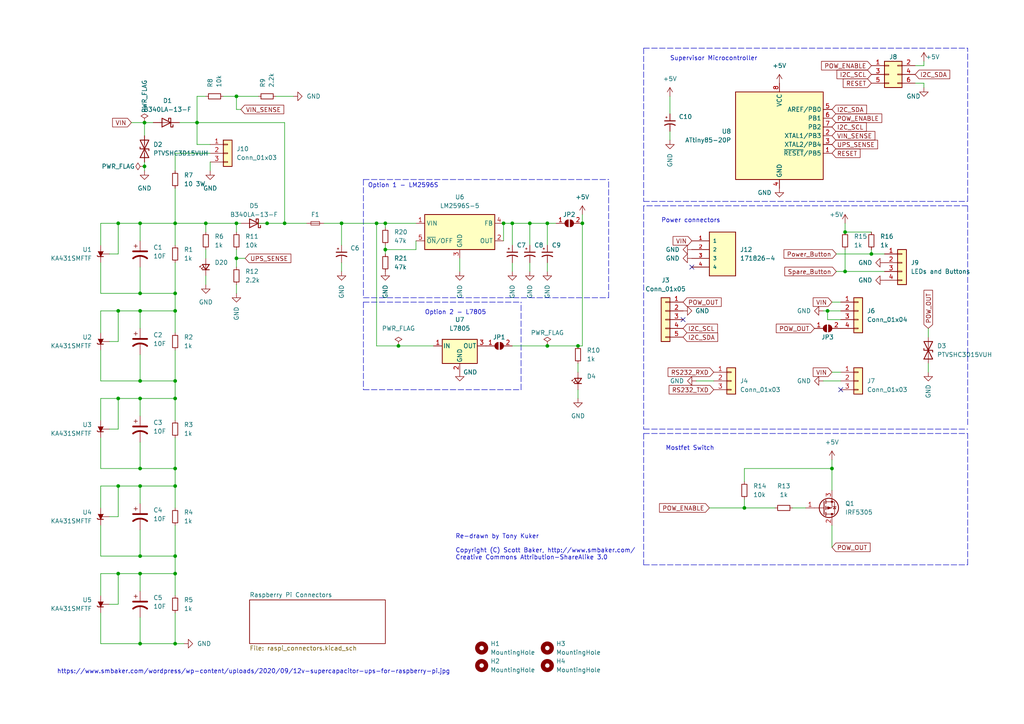
<source format=kicad_sch>
(kicad_sch (version 20211123) (generator eeschema)
  (paper "A4")
  (junction (at 40.64 85.09))
  (junction (at 34.29 166.37))
  (junction (at 50.8 110.49))
  (junction (at 40.64 90.17))
  (junction (at 153.67 64.77))
  (junction (at 50.8 161.29))
  (junction (at 40.64 140.97))
  (junction (at 50.8 90.17))
  (junction (at 40.64 115.57))
  (junction (at 40.64 110.49))
  (junction (at 50.8 64.77))
  (junction (at 59.69 64.77))
  (junction (at 68.58 74.93))
  (junction (at 50.8 85.09))
  (junction (at 68.58 27.94))
  (junction (at 148.59 64.77))
  (junction (at 34.29 140.97))
  (junction (at 252.73 73.66))
  (junction (at 241.3 135.89))
  (junction (at 50.8 115.57))
  (junction (at 365.76 40.64))
  (junction (at 158.75 100.33))
  (junction (at 41.91 48.26))
  (junction (at 245.11 67.31))
  (junction (at 34.29 64.77))
  (junction (at 68.58 64.77))
  (junction (at 111.76 72.39))
  (junction (at 158.75 64.77))
  (junction (at 34.29 115.57))
  (junction (at 365.76 31.75))
  (junction (at 50.8 135.89))
  (junction (at 99.06 64.77))
  (junction (at 40.64 64.77))
  (junction (at 82.55 64.77))
  (junction (at 111.76 64.77))
  (junction (at 50.8 140.97))
  (junction (at 50.8 166.37))
  (junction (at 41.91 35.56))
  (junction (at 109.22 64.77))
  (junction (at 146.05 64.77))
  (junction (at 168.91 64.77))
  (junction (at 40.64 135.89))
  (junction (at 40.64 166.37))
  (junction (at 77.47 64.77))
  (junction (at 40.64 161.29))
  (junction (at 57.15 35.56))
  (junction (at 40.64 186.69))
  (junction (at 34.29 90.17))
  (junction (at 215.9 147.32))
  (junction (at 167.64 100.33))
  (junction (at 245.11 78.74))
  (junction (at 240.03 90.17))
  (junction (at 115.57 100.33))
  (junction (at 50.8 186.69))
  (no_connect (at 340.36 40.64))
  (no_connect (at 340.36 43.18))
  (no_connect (at 317.5 27.94))
  (no_connect (at 317.5 35.56))
  (no_connect (at 317.5 38.1))
  (no_connect (at 317.5 40.64))
  (no_connect (at 340.36 30.48))
  (no_connect (at 340.36 33.02))
  (no_connect (at 198.12 92.71))
  (no_connect (at 200.66 77.47))
  (no_connect (at 243.84 113.03))
  (wire (pts (xy 215.9 147.32) (xy 224.79 147.32)))
  (wire (pts (xy 80.01 27.94) (xy 85.09 27.94)))
  (wire (pts (xy 29.21 127) (xy 29.21 135.89)))
  (wire (pts (xy 115.57 100.33) (xy 125.73 100.33)))
  (polyline (pts (xy 186.69 163.83) (xy 280.67 163.83)))
  (wire (pts (xy 111.76 64.77) (xy 111.76 66.04)))
  (wire (pts (xy 34.29 140.97) (xy 40.64 140.97)))
  (wire (pts (xy 215.9 135.89) (xy 215.9 139.7)))
  (wire (pts (xy 40.64 140.97) (xy 50.8 140.97)))
  (wire (pts (xy 29.21 115.57) (xy 34.29 115.57)))
  (wire (pts (xy 245.11 64.77) (xy 245.11 67.31)))
  (wire (pts (xy 50.8 76.2) (xy 50.8 85.09)))
  (wire (pts (xy 34.29 115.57) (xy 40.64 115.57)))
  (wire (pts (xy 153.67 64.77) (xy 158.75 64.77)))
  (wire (pts (xy 68.58 27.94) (xy 74.93 27.94)))
  (wire (pts (xy 373.38 33.02) (xy 373.38 31.75)))
  (wire (pts (xy 241.3 135.89) (xy 241.3 142.24)))
  (polyline (pts (xy 280.67 163.83) (xy 280.67 125.73)))
  (wire (pts (xy 153.67 64.77) (xy 153.67 71.12)))
  (wire (pts (xy 74.93 64.77) (xy 77.47 64.77)))
  (wire (pts (xy 64.77 27.94) (xy 68.58 27.94)))
  (wire (pts (xy 40.64 95.25) (xy 40.64 90.17)))
  (polyline (pts (xy 105.41 87.63) (xy 151.13 87.63)))
  (wire (pts (xy 77.47 64.77) (xy 82.55 64.77)))
  (wire (pts (xy 68.58 74.93) (xy 71.12 74.93)))
  (wire (pts (xy 120.65 72.39) (xy 111.76 72.39)))
  (polyline (pts (xy 105.41 87.63) (xy 105.41 113.03)))
  (wire (pts (xy 31.75 149.86) (xy 34.29 149.86)))
  (wire (pts (xy 240.03 92.71) (xy 240.03 90.17)))
  (wire (pts (xy 59.69 27.94) (xy 57.15 27.94)))
  (wire (pts (xy 59.69 64.77) (xy 50.8 64.77)))
  (wire (pts (xy 158.75 64.77) (xy 161.29 64.77)))
  (wire (pts (xy 40.64 85.09) (xy 50.8 85.09)))
  (wire (pts (xy 50.8 186.69) (xy 53.34 186.69)))
  (wire (pts (xy 133.35 74.93) (xy 133.35 78.74)))
  (wire (pts (xy 68.58 74.93) (xy 68.58 77.47)))
  (wire (pts (xy 29.21 161.29) (xy 40.64 161.29)))
  (wire (pts (xy 82.55 35.56) (xy 82.55 64.77)))
  (wire (pts (xy 241.3 152.4) (xy 241.3 158.75)))
  (polyline (pts (xy 105.41 86.36) (xy 176.53 86.36)))
  (wire (pts (xy 41.91 35.56) (xy 44.45 35.56)))
  (wire (pts (xy 148.59 64.77) (xy 153.67 64.77)))
  (wire (pts (xy 68.58 72.39) (xy 68.58 74.93)))
  (wire (pts (xy 238.76 90.17) (xy 240.03 90.17)))
  (wire (pts (xy 41.91 46.99) (xy 41.91 48.26)))
  (wire (pts (xy 168.91 64.77) (xy 168.91 100.33)))
  (wire (pts (xy 267.97 24.13) (xy 267.97 25.4)))
  (wire (pts (xy 245.11 67.31) (xy 252.73 67.31)))
  (wire (pts (xy 205.74 147.32) (xy 215.9 147.32)))
  (wire (pts (xy 241.3 87.63) (xy 243.84 87.63)))
  (wire (pts (xy 68.58 64.77) (xy 68.58 67.31)))
  (wire (pts (xy 31.75 73.66) (xy 34.29 73.66)))
  (wire (pts (xy 29.21 76.2) (xy 29.21 85.09)))
  (wire (pts (xy 40.64 135.89) (xy 50.8 135.89)))
  (wire (pts (xy 41.91 35.56) (xy 41.91 39.37)))
  (wire (pts (xy 59.69 64.77) (xy 68.58 64.77)))
  (wire (pts (xy 50.8 135.89) (xy 50.8 140.97)))
  (polyline (pts (xy 105.41 52.07) (xy 176.53 52.07)))
  (wire (pts (xy 50.8 166.37) (xy 50.8 172.72)))
  (polyline (pts (xy 186.69 13.97) (xy 280.67 13.97)))
  (wire (pts (xy 242.57 73.66) (xy 252.73 73.66)))
  (polyline (pts (xy 186.69 59.69) (xy 186.69 124.46)))
  (wire (pts (xy 241.3 107.95) (xy 243.84 107.95)))
  (wire (pts (xy 194.31 38.1) (xy 194.31 40.64)))
  (polyline (pts (xy 186.69 124.46) (xy 280.67 124.46)))
  (wire (pts (xy 29.21 90.17) (xy 34.29 90.17)))
  (wire (pts (xy 365.76 31.75) (xy 365.76 33.02)))
  (wire (pts (xy 40.64 69.85) (xy 40.64 64.77)))
  (wire (pts (xy 148.59 100.33) (xy 158.75 100.33)))
  (wire (pts (xy 40.64 110.49) (xy 50.8 110.49)))
  (wire (pts (xy 29.21 152.4) (xy 29.21 161.29)))
  (wire (pts (xy 316.23 45.72) (xy 317.5 45.72)))
  (wire (pts (xy 215.9 135.89) (xy 241.3 135.89)))
  (wire (pts (xy 373.38 38.1) (xy 373.38 40.64)))
  (wire (pts (xy 31.75 99.06) (xy 34.29 99.06)))
  (wire (pts (xy 50.8 140.97) (xy 50.8 147.32)))
  (wire (pts (xy 265.43 24.13) (xy 267.97 24.13)))
  (polyline (pts (xy 186.69 13.97) (xy 186.69 58.42)))
  (wire (pts (xy 50.8 110.49) (xy 50.8 115.57)))
  (wire (pts (xy 158.75 100.33) (xy 167.64 100.33)))
  (wire (pts (xy 52.07 35.56) (xy 57.15 35.56)))
  (wire (pts (xy 229.87 147.32) (xy 233.68 147.32)))
  (wire (pts (xy 148.59 64.77) (xy 148.59 71.12)))
  (wire (pts (xy 93.98 64.77) (xy 99.06 64.77)))
  (polyline (pts (xy 176.53 86.36) (xy 176.53 52.07)))
  (wire (pts (xy 82.55 64.77) (xy 88.9 64.77)))
  (wire (pts (xy 242.57 78.74) (xy 245.11 78.74)))
  (wire (pts (xy 158.75 76.2) (xy 158.75 78.74)))
  (wire (pts (xy 34.29 90.17) (xy 40.64 90.17)))
  (wire (pts (xy 201.93 110.49) (xy 207.01 110.49)))
  (wire (pts (xy 148.59 76.2) (xy 148.59 78.74)))
  (wire (pts (xy 31.75 124.46) (xy 34.29 124.46)))
  (polyline (pts (xy 186.69 125.73) (xy 280.67 125.73)))
  (wire (pts (xy 29.21 166.37) (xy 34.29 166.37)))
  (wire (pts (xy 167.64 113.03) (xy 167.64 115.57)))
  (wire (pts (xy 59.69 67.31) (xy 59.69 64.77)))
  (wire (pts (xy 29.21 64.77) (xy 34.29 64.77)))
  (wire (pts (xy 50.8 64.77) (xy 50.8 71.12)))
  (wire (pts (xy 40.64 90.17) (xy 50.8 90.17)))
  (wire (pts (xy 59.69 72.39) (xy 59.69 74.93)))
  (wire (pts (xy 34.29 124.46) (xy 34.29 115.57)))
  (wire (pts (xy 215.9 147.32) (xy 215.9 144.78)))
  (wire (pts (xy 241.3 133.35) (xy 241.3 135.89)))
  (wire (pts (xy 167.64 100.33) (xy 168.91 100.33)))
  (wire (pts (xy 29.21 121.92) (xy 29.21 115.57)))
  (wire (pts (xy 40.64 186.69) (xy 50.8 186.69)))
  (polyline (pts (xy 105.41 52.07) (xy 105.41 86.36)))
  (wire (pts (xy 38.1 35.56) (xy 41.91 35.56)))
  (wire (pts (xy 109.22 100.33) (xy 115.57 100.33)))
  (wire (pts (xy 365.76 38.1) (xy 365.76 40.64)))
  (wire (pts (xy 269.24 95.25) (xy 269.24 97.79)))
  (polyline (pts (xy 186.69 58.42) (xy 280.67 58.42)))
  (wire (pts (xy 111.76 64.77) (xy 120.65 64.77)))
  (wire (pts (xy 29.21 140.97) (xy 34.29 140.97)))
  (wire (pts (xy 40.64 146.05) (xy 40.64 140.97)))
  (wire (pts (xy 29.21 101.6) (xy 29.21 110.49)))
  (wire (pts (xy 168.91 62.23) (xy 168.91 64.77)))
  (wire (pts (xy 40.64 102.87) (xy 40.64 110.49)))
  (wire (pts (xy 240.03 90.17) (xy 243.84 90.17)))
  (wire (pts (xy 57.15 35.56) (xy 82.55 35.56)))
  (wire (pts (xy 40.64 171.45) (xy 40.64 166.37)))
  (wire (pts (xy 50.8 186.69) (xy 50.8 177.8)))
  (wire (pts (xy 29.21 96.52) (xy 29.21 90.17)))
  (wire (pts (xy 167.64 105.41) (xy 167.64 107.95)))
  (wire (pts (xy 50.8 101.6) (xy 50.8 110.49)))
  (wire (pts (xy 50.8 152.4) (xy 50.8 161.29)))
  (wire (pts (xy 146.05 64.77) (xy 148.59 64.77)))
  (wire (pts (xy 238.76 110.49) (xy 243.84 110.49)))
  (wire (pts (xy 252.73 73.66) (xy 256.54 73.66)))
  (wire (pts (xy 68.58 82.55) (xy 68.58 85.09)))
  (wire (pts (xy 120.65 69.85) (xy 120.65 72.39)))
  (polyline (pts (xy 280.67 58.42) (xy 280.67 13.97)))
  (wire (pts (xy 41.91 48.26) (xy 41.91 49.53)))
  (polyline (pts (xy 280.67 123.19) (xy 280.67 59.69)))
  (wire (pts (xy 99.06 76.2) (xy 99.06 78.74)))
  (wire (pts (xy 34.29 175.26) (xy 34.29 166.37)))
  (wire (pts (xy 99.06 64.77) (xy 109.22 64.77)))
  (wire (pts (xy 267.97 19.05) (xy 267.97 17.78)))
  (wire (pts (xy 68.58 64.77) (xy 69.85 64.77)))
  (wire (pts (xy 245.11 72.39) (xy 245.11 78.74)))
  (wire (pts (xy 40.64 77.47) (xy 40.64 85.09)))
  (wire (pts (xy 34.29 99.06) (xy 34.29 90.17)))
  (wire (pts (xy 57.15 41.91) (xy 57.15 35.56)))
  (wire (pts (xy 68.58 27.94) (xy 68.58 31.75)))
  (wire (pts (xy 50.8 90.17) (xy 50.8 96.52)))
  (wire (pts (xy 29.21 110.49) (xy 40.64 110.49)))
  (wire (pts (xy 40.64 64.77) (xy 50.8 64.77)))
  (wire (pts (xy 50.8 161.29) (xy 50.8 166.37)))
  (wire (pts (xy 40.64 179.07) (xy 40.64 186.69)))
  (wire (pts (xy 40.64 120.65) (xy 40.64 115.57)))
  (wire (pts (xy 40.64 115.57) (xy 50.8 115.57)))
  (wire (pts (xy 111.76 72.39) (xy 111.76 73.66)))
  (polyline (pts (xy 105.41 113.03) (xy 151.13 113.03)))
  (wire (pts (xy 34.29 64.77) (xy 40.64 64.77)))
  (wire (pts (xy 40.64 153.67) (xy 40.64 161.29)))
  (wire (pts (xy 99.06 71.12) (xy 99.06 64.77)))
  (wire (pts (xy 60.96 44.45) (xy 50.8 44.45)))
  (wire (pts (xy 29.21 186.69) (xy 40.64 186.69)))
  (wire (pts (xy 59.69 80.01) (xy 59.69 82.55)))
  (wire (pts (xy 60.96 46.99) (xy 60.96 49.53)))
  (wire (pts (xy 194.31 27.94) (xy 194.31 33.02)))
  (wire (pts (xy 60.96 41.91) (xy 57.15 41.91)))
  (wire (pts (xy 265.43 19.05) (xy 267.97 19.05)))
  (wire (pts (xy 29.21 71.12) (xy 29.21 64.77)))
  (wire (pts (xy 31.75 175.26) (xy 34.29 175.26)))
  (wire (pts (xy 252.73 72.39) (xy 252.73 73.66)))
  (polyline (pts (xy 186.69 125.73) (xy 186.69 163.83)))
  (polyline (pts (xy 151.13 113.03) (xy 151.13 87.63)))
  (wire (pts (xy 50.8 54.61) (xy 50.8 64.77)))
  (wire (pts (xy 34.29 73.66) (xy 34.29 64.77)))
  (wire (pts (xy 50.8 115.57) (xy 50.8 121.92)))
  (wire (pts (xy 269.24 105.41) (xy 269.24 107.95)))
  (wire (pts (xy 34.29 166.37) (xy 40.64 166.37)))
  (wire (pts (xy 50.8 127) (xy 50.8 135.89)))
  (wire (pts (xy 146.05 69.85) (xy 146.05 64.77)))
  (wire (pts (xy 34.29 149.86) (xy 34.29 140.97)))
  (wire (pts (xy 69.85 31.75) (xy 68.58 31.75)))
  (wire (pts (xy 40.64 161.29) (xy 50.8 161.29)))
  (wire (pts (xy 373.38 40.64) (xy 365.76 40.64)))
  (polyline (pts (xy 280.67 59.69) (xy 186.69 59.69)))
  (wire (pts (xy 109.22 64.77) (xy 111.76 64.77)))
  (wire (pts (xy 50.8 85.09) (xy 50.8 90.17)))
  (wire (pts (xy 111.76 71.12) (xy 111.76 72.39)))
  (wire (pts (xy 243.84 92.71) (xy 240.03 92.71)))
  (wire (pts (xy 29.21 85.09) (xy 40.64 85.09)))
  (wire (pts (xy 153.67 76.2) (xy 153.67 78.74)))
  (wire (pts (xy 50.8 44.45) (xy 50.8 49.53)))
  (wire (pts (xy 245.11 78.74) (xy 256.54 78.74)))
  (wire (pts (xy 29.21 177.8) (xy 29.21 186.69)))
  (wire (pts (xy 40.64 166.37) (xy 50.8 166.37)))
  (wire (pts (xy 57.15 27.94) (xy 57.15 35.56)))
  (wire (pts (xy 29.21 172.72) (xy 29.21 166.37)))
  (wire (pts (xy 158.75 64.77) (xy 158.75 71.12)))
  (wire (pts (xy 109.22 64.77) (xy 109.22 100.33)))
  (wire (pts (xy 29.21 147.32) (xy 29.21 140.97)))
  (wire (pts (xy 40.64 128.27) (xy 40.64 135.89)))
  (wire (pts (xy 365.76 31.75) (xy 373.38 31.75)))
  (wire (pts (xy 29.21 135.89) (xy 40.64 135.89)))
  (text "Mostfet Switch" (at 193.04 130.81 0) (effects (font (size 1.27 1.27)) (justify left bottom)))
  (text "https://www.smbaker.com/wordpress/wp-content/uploads/2020/09/12v-supercapacitor-ups-for-raspberry-pi.jpg" (at 16.51 195.58 0) (effects (font (size 1.27 1.27)) (justify left bottom)))
  (text "Power connectors" (at 191.77 64.77 0) (effects (font (size 1.27 1.27)) (justify left bottom)))
  (text "Option 2 - L7805" (at 123.19 91.44 0) (effects (font (size 1.27 1.27)) (justify left bottom)))
  (text "Re-drawn by Tony Kuker\n\nCopyright (C) Scott Baker, http://www.smbaker.com/\nCreative Commons Attribution-ShareAlike 3.0" (at 132.08 162.56 0) (effects (font (size 1.27 1.27)) (justify left bottom)))
  (text "Option 1 - LM2596S" (at 106.68 54.61 0) (effects (font (size 1.27 1.27)) (justify left bottom)))
  (text "Supervisor Microcontroller" (at 194.31 17.78 0) (effects (font (size 1.27 1.27)) (justify left bottom)))
  (global_label "POW_OUT" (shape input) (at 269.24 95.25 90) (property "Intersheet References" "${INTERSHEET_REFS}" (effects hide)))
  (global_label "POW_ENABLE" (shape input) (at 252.73 19.05 180) (property "Intersheet References" "${INTERSHEET_REFS}" (effects hide)))
  (global_label "Spare_Button" (shape input) (at 340.36 25.4 0) (property "Intersheet References" "${INTERSHEET_REFS}" (effects hide)))
  (global_label "UPS_SENSE" (shape input) (at 241.3 41.91 0) (property "Intersheet References" "${INTERSHEET_REFS}" (effects hide)))
  (global_label "Power_Button" (shape input) (at 340.36 27.94 0) (property "Intersheet References" "${INTERSHEET_REFS}" (effects hide)))
  (global_label "POW_OUT" (shape input) (at 198.12 87.63 0) (property "Intersheet References" "${INTERSHEET_REFS}" (effects hide)))
  (global_label "I2C_SDA" (shape input) (at 198.12 97.79 0) (property "Intersheet References" "${INTERSHEET_REFS}" (effects hide)))
  (global_label "RS232_TXD" (shape input) (at 207.01 113.03 180) (property "Intersheet References" "${INTERSHEET_REFS}" (effects hide)))
  (global_label "I2C_SCL" (shape input) (at 252.73 21.59 180) (property "Intersheet References" "${INTERSHEET_REFS}" (effects hide)))
  (global_label "POW_ENABLE" (shape input) (at 205.74 147.32 180) (property "Intersheet References" "${INTERSHEET_REFS}" (effects hide)))
  (global_label "VIN" (shape input) (at 38.1 35.56 180) (property "Intersheet References" "${INTERSHEET_REFS}" (effects hide)))
  (global_label "RS232_RXD" (shape input) (at 340.36 48.26 0) (property "Intersheet References" "${INTERSHEET_REFS}" (effects hide)))
  (global_label "RS232_RXD" (shape input) (at 207.01 107.95 180) (property "Intersheet References" "${INTERSHEET_REFS}" (effects hide)))
  (global_label "POW_ENABLE" (shape input) (at 317.5 25.4 180) (property "Intersheet References" "${INTERSHEET_REFS}" (effects hide)))
  (global_label "Spare_Button" (shape input) (at 242.57 78.74 180) (property "Intersheet References" "${INTERSHEET_REFS}" (effects hide)))
  (global_label "POW_ENABLE" (shape input) (at 241.3 34.29 0) (property "Intersheet References" "${INTERSHEET_REFS}" (effects hide)))
  (global_label "I2C_SCL" (shape input) (at 241.3 36.83 0) (property "Intersheet References" "${INTERSHEET_REFS}" (effects hide)))
  (global_label "POW_OUT" (shape input) (at 241.3 158.75 0) (property "Intersheet References" "${INTERSHEET_REFS}" (effects hide)))
  (global_label "VIN_SENSE" (shape input) (at 69.85 31.75 0) (property "Intersheet References" "${INTERSHEET_REFS}" (effects hide)))
  (global_label "VIN" (shape input) (at 241.3 107.95 180) (property "Intersheet References" "${INTERSHEET_REFS}" (effects hide)))
  (global_label "UPS_SENSE" (shape input) (at 340.36 35.56 0) (property "Intersheet References" "${INTERSHEET_REFS}" (effects hide)))
  (global_label "RS232_TXD" (shape input) (at 340.36 45.72 0) (property "Intersheet References" "${INTERSHEET_REFS}" (effects hide)))
  (global_label "RESET" (shape input) (at 241.3 44.45 0) (property "Intersheet References" "${INTERSHEET_REFS}" (effects hide)))
  (global_label "VIN_SENSE" (shape input) (at 340.36 38.1 0) (property "Intersheet References" "${INTERSHEET_REFS}" (effects hide)))
  (global_label "I2C_SDA" (shape input) (at 317.5 30.48 180) (property "Intersheet References" "${INTERSHEET_REFS}" (effects hide)))
  (global_label "VIN" (shape input) (at 200.66 69.85 180) (property "Intersheet References" "${INTERSHEET_REFS}" (effects hide)))
  (global_label "VIN_SENSE" (shape input) (at 241.3 39.37 0) (property "Intersheet References" "${INTERSHEET_REFS}" (effects hide)))
  (global_label "POW_OUT" (shape input) (at 236.22 95.25 180) (property "Intersheet References" "${INTERSHEET_REFS}" (effects hide)))
  (global_label "UPS_SENSE" (shape input) (at 71.12 74.93 0) (property "Intersheet References" "${INTERSHEET_REFS}" (effects hide)))
  (global_label "I2C_SDA" (shape input) (at 265.43 21.59 0) (property "Intersheet References" "${INTERSHEET_REFS}" (effects hide)))
  (global_label "VIN" (shape input) (at 241.3 87.63 180) (property "Intersheet References" "${INTERSHEET_REFS}" (effects hide)))
  (global_label "I2C_SDA" (shape input) (at 241.3 31.75 0) (property "Intersheet References" "${INTERSHEET_REFS}" (effects hide)))
  (global_label "I2C_SCL" (shape input) (at 198.12 95.25 0) (property "Intersheet References" "${INTERSHEET_REFS}" (effects hide)))
  (global_label "RESET" (shape input) (at 252.73 24.13 180) (property "Intersheet References" "${INTERSHEET_REFS}" (effects hide)))
  (global_label "I2C_SCL" (shape input) (at 317.5 33.02 180) (property "Intersheet References" "${INTERSHEET_REFS}" (effects hide)))
  (global_label "Power_Button" (shape input) (at 242.57 73.66 180) (property "Intersheet References" "${INTERSHEET_REFS}" (effects hide)))
  (symbol (lib_id "power:GND") (at 269.24 107.95 0) (unit 1)
    (property "Reference" "#PWR029" (effects hide))
    (property "Value" "GND" (at 269.24 115.57 90) (effects (justify left)))
  )
  (symbol (lib_id "Device:D_TVS") (at 41.91 43.18 90) (unit 1)
    (property "Reference" "D2" (at 44.45 41.9099 90) (effects (justify right)))
    (property "Value" "PTVSHC3D15VUH" (at 44.45 44.4499 90) (effects (justify right)))
    (property "Footprint" "Diode_SMD:D_SOD-323" (effects hide))
    (property "Datasheet" "https://datasheet.lcsc.com/lcsc/1811091226_Shanghai-Prisemi-Elec-PTVSHC3D15VUH_C312234.pdf" (effects hide))
    (property "LCSC" "C312234" (effects hide))
  )
  (symbol (lib_id "Diode:1N5820") (at 48.26 35.56 180) (unit 1)
    (property "Reference" "D1" (at 48.5775 29.21 0))
    (property "Value" "B340LA-13-F" (at 48.5775 31.75 0))
    (property "Footprint" "Diode_SMD:D_SMA" (effects hide))
    (property "Datasheet" "https://datasheet.lcsc.com/lcsc/1809042014_Diodes-Incorporated-B340LA-13-F_C17101.pdf" (effects hide))
    (property "LCSC" "C17101" (effects hide))
  )
  (symbol (lib_id "power:GND") (at 133.35 107.95 0) (unit 1)
    (property "Reference" "#PWR011" (effects hide))
    (property "Value" "GND" (at 138.43 107.95 0) (effects (justify right)))
  )
  (symbol (lib_id "Reference_Voltage:TL432DBZ") (at 29.21 149.86 270) (unit 1)
    (property "Reference" "U4" (at 26.67 148.5899 90) (effects (justify right)))
    (property "Value" "KA431SMFTF" (at 26.67 151.1299 90) (effects (justify right)))
    (property "Footprint" "Package_TO_SOT_SMD:SOT-23" (effects hide))
    (property "Datasheet" "http://www.ti.com/lit/ds/symlink/tl431.pdf" (effects hide))
    (property "LCSC" "C232815" (effects hide))
    (property "DigikeyPN" "KA431AZTACT-ND" (effects hide))
  )
  (symbol (lib_id "Transistor_FET:SUD50P04-08") (at 238.76 147.32 0) (mirror x) (unit 1)
    (property "Reference" "Q1" (at 245.11 146.0499 0) (effects (justify left)))
    (property "Value" "IRF5305" (at 245.11 148.5899 0) (effects (justify left)))
    (property "Footprint" "Package_TO_SOT_SMD:TO-263-2" (effects hide))
    (property "Datasheet" "https://datasheet.lcsc.com/lcsc/2009301736_VBsemi-Elec-IRF5305STR_C878890.pdf" (effects hide))
    (property "LCSC" "C878890" (effects hide))
  )
  (symbol (lib_id "Mechanical:MountingHole") (at 139.7 193.04 0) (unit 1)
    (property "Reference" "H2" (at 142.24 191.7699 0) (effects (justify left)))
    (property "Value" "MountingHole" (at 142.24 194.3099 0) (effects (justify left)))
    (property "Footprint" "MountingHole:MountingHole_2.7mm_M2.5" (effects hide))
    (property "LCSC" "DNP" (effects hide))
  )
  (symbol (lib_id "power:GND") (at 365.76 40.64 0) (unit 1)
    (property "Reference" "#PWR033" (effects hide))
    (property "Value" "GND" (at 365.76 48.26 90) (effects (justify left)))
  )
  (symbol (lib_id "power:GND") (at 41.91 49.53 0) (unit 1)
    (property "Reference" "#PWR01" (effects hide))
    (property "Value" "GND" (at 41.91 54.61 0))
  )
  (symbol (lib_id "power:GND") (at 153.67 78.74 0) (unit 1)
    (property "Reference" "#PWR014" (effects hide))
    (property "Value" "GND" (at 153.6701 82.55 90) (effects (justify right)))
  )
  (symbol (lib_id "Device:C_Polarized_US") (at 40.64 175.26 0) (unit 1)
    (property "Reference" "C5" (at 44.45 173.3549 0) (effects (justify left)))
    (property "Value" "10F" (at 44.45 175.8949 0) (effects (justify left)))
    (property "Footprint" "Capacitor_THT:CP_Radial_D12.5mm_P5.00mm" (effects hide))
    (property "DigikeyPN" "478-10996-ND" (effects hide))
    (property "LCSC" "DNP" (effects hide))
  )
  (symbol (lib_id "power:GND") (at 59.69 82.55 0) (unit 1)
    (property "Reference" "#PWR03" (effects hide))
    (property "Value" "GND" (at 59.69 87.63 0))
  )
  (symbol (lib_id "Connector_Generic:Conn_01x03") (at 212.09 110.49 0) (unit 1)
    (property "Reference" "J4" (at 214.63 110.4899 0) (effects (justify left)))
    (property "Value" "Conn_01x03" (at 214.63 113.0299 0) (effects (justify left)))
    (property "Footprint" "Connector_PinHeader_2.54mm:PinHeader_1x03_P2.54mm_Vertical" (effects hide))
    (property "DigikeyPN" "A106204-ND" (effects hide))
    (property "LCSC" "DNP" (effects hide))
  )
  (symbol (lib_id "Device:R_Small") (at 215.9 142.24 0) (unit 1)
    (property "Reference" "R14" (at 218.44 140.9699 0) (effects (justify left)))
    (property "Value" "10k" (at 218.44 143.5099 0) (effects (justify left)))
    (property "Footprint" "Resistor_SMD:R_0805_2012Metric" (effects hide))
    (property "DigikeyPN" "CF14JT10K0CT-ND" (effects hide))
    (property "LCSC" "C17414" (effects hide))
  )
  (symbol (lib_id "Device:D_TVS") (at 269.24 101.6 90) (unit 1)
    (property "Reference" "D3" (at 271.78 100.3299 90) (effects (justify right)))
    (property "Value" "PTVSHC3D15VUH" (at 271.78 102.8699 90) (effects (justify right)))
    (property "Footprint" "Diode_SMD:D_SOD-323" (effects hide))
    (property "Datasheet" "https://datasheet.lcsc.com/lcsc/1811091226_Shanghai-Prisemi-Elec-PTVSHC3D15VUH_C312234.pdf" (effects hide))
    (property "LCSC" "C312234" (effects hide))
  )
  (symbol (lib_id "power:+5V") (at 365.76 31.75 0) (unit 1)
    (property "Reference" "#PWR032" (effects hide))
    (property "Value" "+5V" (at 365.76 26.67 90))
  )
  (symbol (lib_id "Device:R_Small") (at 50.8 52.07 0) (unit 1)
    (property "Reference" "R7" (at 53.34 50.7999 0) (effects (justify left)))
    (property "Value" "10 3W" (at 53.34 53.3399 0) (effects (justify left)))
    (property "Footprint" "Resistor_THT:R_Axial_DIN0516_L15.5mm_D5.0mm_P25.40mm_Horizontal" (effects hide))
    (property "DigikeyPN" "YAG1228CT-ND" (effects hide))
    (property "LCSC" "DNP" (effects hide))
  )
  (symbol (lib_id "power:GND") (at 133.35 78.74 0) (unit 1)
    (property "Reference" "#PWR010" (effects hide))
    (property "Value" "GND" (at 133.3501 82.55 90) (effects (justify right)))
  )
  (symbol (lib_id "power:PWR_FLAG") (at 158.75 100.33 0) (unit 1)
    (property "Reference" "#FLG0103" (effects hide))
    (property "Value" "PWR_FLAG" (at 158.75 96.52 0))
  )
  (symbol (lib_id "power:GND") (at 198.12 90.17 90) (unit 1)
    (property "Reference" "#PWR019" (effects hide))
    (property "Value" "GND" (at 205.74 90.17 90) (effects (justify left)))
  )
  (symbol (lib_id "Connector_Generic:Conn_01x04") (at 261.62 76.2 0) (unit 1)
    (property "Reference" "J9" (at 264.16 76.1999 0) (effects (justify left)))
    (property "Value" "LEDs and Buttons" (at 264.16 78.7399 0) (effects (justify left)))
    (property "Footprint" "Connector_PinHeader_2.54mm:PinHeader_1x04_P2.54mm_Vertical" (effects hide))
    (property "LCSC" "DNP" (effects hide))
  )
  (symbol (lib_id "Device:R_Small") (at 77.47 27.94 90) (unit 1)
    (property "Reference" "R9" (at 76.1999 25.4 0) (effects (justify left)))
    (property "Value" "2.2k" (at 78.7399 25.4 0) (effects (justify left)))
    (property "Footprint" "Resistor_SMD:R_0805_2012Metric" (effects hide))
    (property "DigikeyPN" "CF14JT2K20TR-ND" (effects hide))
    (property "LCSC" "C17520" (effects hide))
  )
  (symbol (lib_id "Device:C_Polarized_Small_US") (at 148.59 73.66 0) (unit 1)
    (property "Reference" "C7" (at 149.86 71.12 0) (effects (justify left)))
    (property "Value" "22u 10V X7R" (effects hide))
    (property "Footprint" "Capacitor_SMD:C_0805_2012Metric" (effects hide))
    (property "DigikeyPN" "445-173294-1-ND" (effects hide))
    (property "LCSC" "C45783" (effects hide))
  )
  (symbol (lib_id "power:GND") (at 201.93 110.49 270) (unit 1)
    (property "Reference" "#PWR026" (effects hide))
    (property "Value" "GND" (at 194.31 110.49 90) (effects (justify left)))
  )
  (symbol (lib_id "power:+5V") (at 194.31 27.94 0) (unit 1)
    (property "Reference" "#PWR017" (effects hide))
    (property "Value" "+5V" (at 194.31 22.86 0))
  )
  (symbol (lib_id "Device:R_Small") (at 68.58 80.01 0) (unit 1)
    (property "Reference" "R12" (at 71.12 78.7399 0) (effects (justify left)))
    (property "Value" "2.2k" (at 71.12 81.2799 0) (effects (justify left)))
    (property "Footprint" "Resistor_SMD:R_0805_2012Metric" (effects hide))
    (property "DigikeyPN" "CF14JT2K20TR-ND" (effects hide))
    (property "LCSC" "C17520" (effects hide))
  )
  (symbol (lib_id "Device:C_Polarized_Small_US") (at 373.38 35.56 0) (unit 1)
    (property "Reference" "C12" (at 374.65 33.02 0) (effects (justify left)))
    (property "Value" "0.1u" (effects hide))
    (property "Footprint" "Capacitor_SMD:C_0805_2012Metric" (effects hide))
    (property "LCSC" "C28233" (effects hide))
  )
  (symbol (lib_id "power:GND") (at 226.06 54.61 0) (unit 1)
    (property "Reference" "#PWR022" (effects hide))
    (property "Value" "GND" (at 219.71 55.88 0) (effects (justify left)))
  )
  (symbol (lib_id "Device:R_Small") (at 111.76 68.58 0) (unit 1)
    (property "Reference" "R20" (at 114.3 67.3099 0) (effects (justify left)))
    (property "Value" "47k" (at 114.3 69.8499 0) (effects (justify left)))
    (property "Footprint" "Resistor_SMD:R_0805_2012Metric" (effects hide))
    (property "DigikeyPN" "CF14JT47K0TR-ND" (effects hide))
    (property "LCSC" "C17713" (effects hide))
  )
  (symbol (lib_id "Reference_Voltage:TL432DBZ") (at 29.21 99.06 270) (unit 1)
    (property "Reference" "U2" (at 26.67 97.7899 90) (effects (justify right)))
    (property "Value" "KA431SMFTF" (at 26.67 100.3299 90) (effects (justify right)))
    (property "Footprint" "Package_TO_SOT_SMD:SOT-23" (effects hide))
    (property "Datasheet" "http://www.ti.com/lit/ds/symlink/tl431.pdf" (effects hide))
    (property "LCSC" "C232815" (effects hide))
    (property "DigikeyPN" "KA431AZTACT-ND" (effects hide))
  )
  (symbol (lib_id "Device:C_Polarized_US") (at 40.64 149.86 0) (unit 1)
    (property "Reference" "C4" (at 44.45 147.9549 0) (effects (justify left)))
    (property "Value" "10F" (at 44.45 150.4949 0) (effects (justify left)))
    (property "Footprint" "Capacitor_THT:CP_Radial_D12.5mm_P5.00mm" (effects hide))
    (property "DigikeyPN" "478-10996-ND" (effects hide))
    (property "LCSC" "DNP" (effects hide))
  )
  (symbol (lib_id "Device:R_Small") (at 50.8 124.46 0) (unit 1)
    (property "Reference" "R3" (at 53.34 123.1899 0) (effects (justify left)))
    (property "Value" "1k" (at 53.34 125.7299 0) (effects (justify left)))
    (property "Footprint" "Resistor_SMD:R_1206_3216Metric" (effects hide))
    (property "DigikeyPN" "CF14JT1K00CT-ND" (effects hide))
    (property "LCSC" "C4410" (effects hide))
  )
  (symbol (lib_id "power:GND") (at 85.09 27.94 90) (unit 1)
    (property "Reference" "#PWR06" (effects hide))
    (property "Value" "GND" (at 88.9 27.9399 90) (effects (justify right)))
  )
  (symbol (lib_id "Device:R_Small") (at 252.73 69.85 0) (unit 1)
    (property "Reference" "R16" (at 255.27 68.5799 0) (effects (justify left)))
    (property "Value" "1k" (at 255.27 71.1199 0) (effects (justify left)))
    (property "Footprint" "Resistor_SMD:R_0805_2012Metric" (effects hide))
    (property "DigikeyPN" "CF14JT1K00CT-ND" (effects hide))
    (property "LCSC" "C17513" (effects hide))
  )
  (symbol (lib_id "Device:C_Polarized_Small_US") (at 99.06 73.66 0) (unit 1)
    (property "Reference" "C6" (at 101.6 71.9581 0) (effects (justify left)))
    (property "Value" "10u 25V X7R" (effects hide))
    (property "Footprint" "Capacitor_SMD:C_0805_2012Metric" (effects hide))
    (property "DigikeyPN" "445-FK26X7R1E106K-ND" (effects hide))
    (property "LCSC" "C15850" (effects hide))
  )
  (symbol (lib_id "Connector_Generic:Conn_01x03") (at 66.04 44.45 0) (unit 1)
    (property "Reference" "J10" (at 68.58 43.1799 0) (effects (justify left)))
    (property "Value" "Conn_01x03" (at 68.58 45.7199 0) (effects (justify left)))
    (property "Footprint" "Connector_PinHeader_2.54mm:PinHeader_1x03_P2.54mm_Vertical" (effects hide))
    (property "DigikeyPN" "NA" (effects hide))
    (property "LCSC" "DNP" (effects hide))
  )
  (symbol (lib_id "171826-4:171826-4") (at 210.82 74.93 0) (unit 1)
    (property "Reference" "J12" (at 214.63 72.3899 0) (effects (justify left)))
    (property "Value" "171826-4" (at 214.63 74.9299 0) (effects (justify left)))
    (property "Footprint" "TE_171826-4" (effects hide))
    (property "EU_RoHS_Compliance" "Compliant" (effects hide))
    (property "Comment" "171826-4" (effects hide))
    (property "LCSC" "DNP" (effects hide))
  )
  (symbol (lib_id "power:+5V") (at 317.5 43.18 90) (unit 1)
    (property "Reference" "#PWR030" (effects hide))
    (property "Value" "+5V" (at 312.42 43.18 90))
  )
  (symbol (lib_id "Regulator_Linear:L7805") (at 133.35 100.33 0) (unit 1)
    (property "Reference" "U7" (at 133.35 92.71 0))
    (property "Value" "L7805" (at 133.35 95.25 0))
    (property "Footprint" "Connector_PinSocket_2.54mm:PinSocket_1x03_P2.54mm_Vertical" (effects hide))
    (property "Datasheet" "http://www.st.com/content/ccc/resource/technical/document/datasheet/41/4f/b3/b0/12/d4/47/88/CD00000444.pdf/files/CD00000444.pdf/jcr:content/translations/en.CD00000444.pdf" (effects hide))
    (property "DigikeyPN" "497-1443-5-ND" (effects hide))
    (property "LCSC" "DNP" (effects hide))
  )
  (symbol (lib_id "Device:C_Polarized_Small_US") (at 365.76 35.56 0) (unit 1)
    (property "Reference" "C11" (at 367.03 33.02 0) (effects (justify left)))
    (property "Value" "22u 10V X7R" (effects hide))
    (property "Footprint" "Capacitor_SMD:C_0805_2012Metric" (effects hide))
    (property "DigikeyPN" "445-173294-1-ND" (effects hide))
    (property "LCSC" "C45783" (effects hide))
  )
  (symbol (lib_id "power:GND") (at 60.96 49.53 0) (unit 1)
    (property "Reference" "#PWR04" (effects hide))
    (property "Value" "GND" (at 60.96 54.61 0))
  )
  (symbol (lib_id "power:+5V") (at 168.91 62.23 0) (unit 1)
    (property "Reference" "#PWR015" (effects hide))
    (property "Value" "+5V" (at 168.91 57.15 0))
  )
  (symbol (lib_id "Device:C_Polarized_Small_US") (at 194.31 35.56 0) (unit 1)
    (property "Reference" "C10" (at 196.85 33.8581 0) (effects (justify left)))
    (property "Value" "22u 10V X7R" (effects hide))
    (property "Footprint" "Capacitor_SMD:C_0805_2012Metric" (effects hide))
    (property "DigikeyPN" "445-173294-1-ND" (effects hide))
    (property "LCSC" "C45783" (effects hide))
  )
  (symbol (lib_id "Jumper:SolderJumper_2_Open") (at 144.78 100.33 0) (unit 1)
    (property "Reference" "JP1" (at 144.78 97.79 0))
    (property "Value" "SolderJumper_2_Open" (effects hide))
    (property "Footprint" "Jumper:SolderJumper-2_P1.3mm_Open_RoundedPad1.0x1.5mm" (effects hide))
    (property "DigikeyPN" "NA" (effects hide))
    (property "LCSC" "DNP" (effects hide))
  )
  (symbol (lib_id "Connector_Generic:Conn_01x05") (at 193.04 92.71 0) (mirror y) (unit 1)
    (property "Reference" "J3" (at 193.04 81.28 0))
    (property "Value" "Conn_01x05" (at 193.04 83.82 0))
    (property "Footprint" "Connector_PinHeader_2.54mm:PinHeader_1x05_P2.54mm_Vertical" (effects hide))
    (property "DigikeyPN" "NA" (effects hide))
    (property "LCSC" "DNP" (effects hide))
  )
  (symbol (lib_id "power:GND") (at 99.06 78.74 0) (unit 1)
    (property "Reference" "#PWR07" (effects hide))
    (property "Value" "GND" (at 99.0601 82.55 90) (effects (justify right)))
  )
  (symbol (lib_id "Mechanical:MountingHole") (at 158.75 187.96 0) (unit 1)
    (property "Reference" "H3" (at 161.29 186.6899 0) (effects (justify left)))
    (property "Value" "MountingHole" (at 161.29 189.2299 0) (effects (justify left)))
    (property "Footprint" "MountingHole:MountingHole_2.7mm_M2.5" (effects hide))
    (property "LCSC" "DNP" (effects hide))
  )
  (symbol (lib_id "power:GND") (at 238.76 90.17 270) (unit 1)
    (property "Reference" "#PWR023" (effects hide))
    (property "Value" "GND" (at 231.14 90.17 90) (effects (justify left)))
  )
  (symbol (lib_id "power:GND") (at 200.66 72.39 270) (unit 1)
    (property "Reference" "#PWR0106" (effects hide))
    (property "Value" "GND" (at 193.04 72.39 90) (effects (justify left)))
  )
  (symbol (lib_id "power:PWR_FLAG") (at 41.91 48.26 90) (unit 1)
    (property "Reference" "#FLG02" (effects hide))
    (property "Value" "PWR_FLAG" (at 34.29 48.26 90))
  )
  (symbol (lib_id "Device:R_Small") (at 50.8 99.06 0) (unit 1)
    (property "Reference" "R2" (at 53.34 97.7899 0) (effects (justify left)))
    (property "Value" "1k" (at 53.34 100.3299 0) (effects (justify left)))
    (property "Footprint" "Resistor_SMD:R_1206_3216Metric" (effects hide))
    (property "DigikeyPN" "CF14JT1K00CT-ND" (effects hide))
    (property "LCSC" "C4410" (effects hide))
  )
  (symbol (lib_id "power:GND") (at 148.59 78.74 0) (unit 1)
    (property "Reference" "#PWR013" (effects hide))
    (property "Value" "GND" (at 148.5901 82.55 90) (effects (justify right)))
  )
  (symbol (lib_id "Device:LED_Small") (at 167.64 110.49 90) (unit 1)
    (property "Reference" "D4" (at 170.18 109.1564 90) (effects (justify right)))
    (property "Value" "Green" (effects hide))
    (property "Footprint" "LED_SMD:LED_0805_2012Metric" (effects hide))
    (property "LCSC" "C2293" (effects hide))
    (property "DigikeyPN" "67-2288-ND" (effects hide))
  )
  (symbol (lib_id "Device:C_Polarized_US") (at 40.64 124.46 0) (unit 1)
    (property "Reference" "C3" (at 44.45 122.5549 0) (effects (justify left)))
    (property "Value" "10F" (at 44.45 125.0949 0) (effects (justify left)))
    (property "Footprint" "Capacitor_THT:CP_Radial_D12.5mm_P5.00mm" (effects hide))
    (property "DigikeyPN" "478-10996-ND" (effects hide))
    (property "LCSC" "DNP" (effects hide))
  )
  (symbol (lib_id "Device:R_Small") (at 50.8 73.66 0) (unit 1)
    (property "Reference" "R1" (at 53.34 72.3899 0) (effects (justify left)))
    (property "Value" "1k" (at 53.34 74.9299 0) (effects (justify left)))
    (property "Footprint" "Resistor_SMD:R_1206_3216Metric" (effects hide))
    (property "DigikeyPN" "CF14JT1K00CT-ND" (effects hide))
    (property "LCSC" "C4410" (effects hide))
  )
  (symbol (lib_id "Connector:TestPoint_Small") (at 316.23 45.72 0) (unit 1)
    (property "Reference" "TP1" (at 311.15 45.72 0) (effects (justify left)))
    (property "Value" "TestPoint_Small" (effects hide))
    (property "Footprint" "TestPoint:TestPoint_THTPad_D1.0mm_Drill0.5mm" (effects hide))
    (property "LCSC" "DNP" (effects hide))
  )
  (symbol (lib_id "power:GND") (at 158.75 78.74 0) (unit 1)
    (property "Reference" "#PWR016" (effects hide))
    (property "Value" "GND" (at 158.7501 82.55 90) (effects (justify right)))
  )
  (symbol (lib_id "Device:R_Small") (at 167.64 102.87 0) (unit 1)
    (property "Reference" "R10" (at 170.18 101.5999 0) (effects (justify left)))
    (property "Value" "1k" (at 170.18 104.1399 0) (effects (justify left)))
    (property "Footprint" "Resistor_SMD:R_0805_2012Metric" (effects hide))
    (property "DigikeyPN" "CF14JT1K00CT-ND" (effects hide))
    (property "LCSC" "C17513" (effects hide))
  )
  (symbol (lib_id "power:GND") (at 317.5 48.26 270) (unit 1)
    (property "Reference" "#PWR031" (effects hide))
    (property "Value" "GND" (at 309.88 48.26 90) (effects (justify left)))
  )
  (symbol (lib_id "Device:R_Small") (at 62.23 27.94 90) (unit 1)
    (property "Reference" "R8" (at 60.9599 25.4 0) (effects (justify left)))
    (property "Value" "10k" (at 63.4999 25.4 0) (effects (justify left)))
    (property "Footprint" "Resistor_SMD:R_0805_2012Metric" (effects hide))
    (property "DigikeyPN" "CF14JT10K0CT-ND" (effects hide))
    (property "LCSC" "C17414" (effects hide))
  )
  (symbol (lib_id "Mechanical:MountingHole") (at 139.7 187.96 0) (unit 1)
    (property "Reference" "H1" (at 142.24 186.6899 0) (effects (justify left)))
    (property "Value" "MountingHole" (at 142.24 189.2299 0) (effects (justify left)))
    (property "Footprint" "MountingHole:MountingHole_2.7mm_M2.5" (effects hide))
    (property "LCSC" "DNP" (effects hide))
  )
  (symbol (lib_id "power:+5V") (at 241.3 133.35 0) (unit 1)
    (property "Reference" "#PWR025" (effects hide))
    (property "Value" "+5V" (at 241.3 128.27 0))
  )
  (symbol (lib_id "power:GND") (at 256.54 76.2 270) (unit 1)
    (property "Reference" "#PWR0103" (effects hide))
    (property "Value" "GND" (at 248.92 76.2 90) (effects (justify left)))
  )
  (symbol (lib_id "power:GND") (at 238.76 110.49 270) (unit 1)
    (property "Reference" "#PWR024" (effects hide))
    (property "Value" "GND" (at 231.14 110.49 90) (effects (justify left)))
  )
  (symbol (lib_id "power:GND") (at 111.76 78.74 0) (unit 1)
    (property "Reference" "#PWR08" (effects hide))
    (property "Value" "GND" (at 111.7601 82.55 90) (effects (justify right)))
  )
  (symbol (lib_id "Device:Fuse_Small") (at 91.44 64.77 0) (unit 1)
    (property "Reference" "F1" (at 91.44 62.23 0))
    (property "Value" "Fuse_Small" (effects hide))
    (property "Footprint" "Fuse:Fuse_1206_3216Metric" (effects hide))
    (property "LCSC" "C140470" (effects hide))
    (property "DigikeyPN" "F2315-ND" (effects hide))
  )
  (symbol (lib_id "power:GND") (at 68.58 85.09 0) (unit 1)
    (property "Reference" "#PWR05" (effects hide))
    (property "Value" "GND" (at 68.5801 88.9 90) (effects (justify right)))
  )
  (symbol (lib_id "Device:R_Small") (at 59.69 69.85 0) (unit 1)
    (property "Reference" "R6" (at 62.23 68.5799 0) (effects (justify left)))
    (property "Value" "1k" (at 62.23 71.1199 0) (effects (justify left)))
    (property "Footprint" "Resistor_SMD:R_0805_2012Metric" (effects hide))
    (property "DigikeyPN" "CF14JT1K00CT-ND" (effects hide))
    (property "LCSC" "C17513" (effects hide))
  )
  (symbol (lib_id "Connector_Generic:Conn_01x04") (at 248.92 90.17 0) (unit 1)
    (property "Reference" "J6" (at 251.46 90.1699 0) (effects (justify left)))
    (property "Value" "Conn_01x04" (at 251.46 92.7099 0) (effects (justify left)))
    (property "Footprint" "Connector_PinHeader_2.54mm:PinHeader_1x04_P2.54mm_Vertical" (effects hide))
    (property "DigikeyPN" "A106204-ND" (effects hide))
    (property "LCSC" "DNP" (effects hide))
  )
  (symbol (lib_id "Regulator_Switching:LM2596S-5") (at 133.35 67.31 0) (unit 1)
    (property "Reference" "U6" (at 133.35 57.15 0))
    (property "Value" "LM2596S-5" (at 133.35 59.69 0))
    (property "Footprint" "Package_TO_SOT_SMD:TO-263-5_TabPin3" (effects hide))
    (property "Datasheet" "https://www.ti.com/lit/ds/symlink/lm2596.pdf?HQS=dis-dk-null-digikeymode-dsf-pf-null-wwe&ts=1650292737818" (effects hide))
    (property "LCSC" "C347421" (effects hide))
    (property "DigikeyPN" "LM2596S-5.0-ND" (effects hide))
  )
  (symbol (lib_id "power:GND") (at 53.34 186.69 90) (unit 1)
    (property "Reference" "#PWR02" (effects hide))
    (property "Value" "GND" (at 57.15 186.6899 90) (effects (justify right)))
  )
  (symbol (lib_id "Reference_Voltage:TL432DBZ") (at 29.21 124.46 270) (unit 1)
    (property "Reference" "U3" (at 26.67 123.1899 90) (effects (justify right)))
    (property "Value" "KA431SMFTF" (at 26.67 125.7299 90) (effects (justify right)))
    (property "Footprint" "Package_TO_SOT_SMD:SOT-23" (effects hide))
    (property "Datasheet" "http://www.ti.com/lit/ds/symlink/tl431.pdf" (effects hide))
    (property "LCSC" "C232815" (effects hide))
    (property "DigikeyPN" "KA431AZTACT-ND" (effects hide))
  )
  (symbol (lib_id "power:GND") (at 267.97 25.4 0) (unit 1)
    (property "Reference" "#PWR028" (effects hide))
    (property "Value" "GND" (at 262.89 27.94 0) (effects (justify left)))
  )
  (symbol (lib_id "power:PWR_FLAG") (at 115.57 100.33 0) (unit 1)
    (property "Reference" "#FLG03" (effects hide))
    (property "Value" "PWR_FLAG" (at 115.57 95.25 0))
  )
  (symbol (lib_id "Device:C_Polarized_US") (at 40.64 99.06 0) (unit 1)
    (property "Reference" "C2" (at 44.45 97.1549 0) (effects (justify left)))
    (property "Value" "10F" (at 44.45 99.6949 0) (effects (justify left)))
    (property "Footprint" "Capacitor_THT:CP_Radial_D12.5mm_P5.00mm" (effects hide))
    (property "DigikeyPN" "478-10996-ND" (effects hide))
    (property "LCSC" "DNP" (effects hide))
  )
  (symbol (lib_id "Device:LED_Small") (at 59.69 77.47 90) (unit 1)
    (property "Reference" "D20" (at 62.23 76.1364 90) (effects (justify right)))
    (property "Value" "Green" (effects hide))
    (property "Footprint" "LED_SMD:LED_0805_2012Metric" (effects hide))
    (property "LCSC" "C2293" (effects hide))
    (property "DigikeyPN" "67-2288-ND" (effects hide))
  )
  (symbol (lib_id "supercap_library:STC8H1K08") (at 328.93 22.86 0) (unit 1)
    (property "Reference" "U9" (at 328.93 17.78 0))
    (property "Value" "STC8H1K08" (at 328.93 20.32 0))
    (property "Footprint" "Package_SO:TSSOP-20_4.4x6.5mm_P0.65mm" (effects hide))
    (property "Datasheet" "https://datasheet.lcsc.com/lcsc/2202082100_STC-Micro-STC8H1K08-36I-TSSOP20_C915673.pdf" (effects hide))
    (property "LCSC" "C915673" (effects hide))
  )
  (symbol (lib_id "power:GND") (at 194.31 40.64 0) (unit 1)
    (property "Reference" "#PWR018" (effects hide))
    (property "Value" "GND" (at 194.3101 44.45 90) (effects (justify right)))
  )
  (symbol (lib_id "Device:R_Small") (at 245.11 69.85 0) (unit 1)
    (property "Reference" "R15" (at 247.65 68.5799 0) (effects (justify left)))
    (property "Value" "1k" (at 247.65 71.1199 0) (effects (justify left)))
    (property "Footprint" "Resistor_SMD:R_0805_2012Metric" (effects hide))
    (property "DigikeyPN" "CF14JT1K00CT-ND" (effects hide))
    (property "LCSC" "C17513" (effects hide))
  )
  (symbol (lib_id "Connector_Generic:Conn_01x03") (at 248.92 110.49 0) (unit 1)
    (property "Reference" "J7" (at 251.46 110.4899 0) (effects (justify left)))
    (property "Value" "Conn_01x03" (at 251.46 113.0299 0) (effects (justify left)))
    (property "Footprint" "Connector_PinHeader_2.54mm:PinHeader_1x03_P2.54mm_Vertical" (effects hide))
    (property "DigikeyPN" "A106204-ND" (effects hide))
    (property "LCSC" "DNP" (effects hide))
  )
  (symbol (lib_id "power:PWR_FLAG") (at 41.91 35.56 0) (unit 1)
    (property "Reference" "#FLG01" (effects hide))
    (property "Value" "PWR_FLAG" (at 41.91 27.94 90))
  )
  (symbol (lib_id "Reference_Voltage:TL432DBZ") (at 29.21 175.26 270) (unit 1)
    (property "Reference" "U5" (at 26.67 173.9899 90) (effects (justify right)))
    (property "Value" "KA431SMFTF" (at 26.67 176.5299 90) (effects (justify right)))
    (property "Footprint" "Package_TO_SOT_SMD:SOT-23" (effects hide))
    (property "Datasheet" "http://www.ti.com/lit/ds/symlink/tl431.pdf" (effects hide))
    (property "LCSC" "C232815" (effects hide))
    (property "DigikeyPN" "KA431AZTACT-ND" (effects hide))
  )
  (symbol (lib_id "Jumper:SolderJumper_2_Open") (at 165.1 64.77 0) (unit 1)
    (property "Reference" "JP2" (at 165.1 62.23 0))
    (property "Value" "SolderJumper_2_Open" (effects hide))
    (property "Footprint" "Jumper:SolderJumper-2_P1.3mm_Open_RoundedPad1.0x1.5mm" (effects hide))
    (property "DigikeyPN" "NA" (effects hide))
    (property "LCSC" "DNP" (effects hide))
  )
  (symbol (lib_id "Device:R_Small") (at 50.8 175.26 0) (unit 1)
    (property "Reference" "R5" (at 53.34 173.9899 0) (effects (justify left)))
    (property "Value" "1k" (at 53.34 176.5299 0) (effects (justify left)))
    (property "Footprint" "Resistor_SMD:R_1206_3216Metric" (effects hide))
    (property "DigikeyPN" "CF14JT1K00CT-ND" (effects hide))
    (property "LCSC" "C4410" (effects hide))
  )
  (symbol (lib_id "Device:R_Small") (at 50.8 149.86 0) (unit 1)
    (property "Reference" "R4" (at 53.34 148.5899 0) (effects (justify left)))
    (property "Value" "1k" (at 53.34 151.1299 0) (effects (justify left)))
    (property "Footprint" "Resistor_SMD:R_1206_3216Metric" (effects hide))
    (property "DigikeyPN" "CF14JT1K00CT-ND" (effects hide))
    (property "LCSC" "C4410" (effects hide))
  )
  (symbol (lib_id "power:GND") (at 167.64 115.57 0) (unit 1)
    (property "Reference" "#PWR020" (effects hide))
    (property "Value" "GND" (at 167.64 120.65 0))
  )
  (symbol (lib_id "MCU_Microchip_ATtiny:ATtiny85-20P") (at 226.06 39.37 0) (unit 1)
    (property "Reference" "U8" (at 212.09 38.0999 0) (effects (justify right)))
    (property "Value" "ATtiny85-20P" (at 212.09 40.6399 0) (effects (justify right)))
    (property "Footprint" "Package_DIP:DIP-8_W7.62mm" (effects hide))
    (property "Datasheet" "http://ww1.microchip.com/downloads/en/DeviceDoc/atmel-2586-avr-8-bit-microcontroller-attiny25-attiny45-attiny85_datasheet.pdf" (effects hide))
    (property "DigikeyPN" "ATTINY85-20PU-ND" (effects hide))
    (property "LCSC" "DNP" (effects hide))
  )
  (symbol (lib_id "power:+5V") (at 245.11 64.77 0) (unit 1)
    (property "Reference" "#PWR036" (effects hide))
    (property "Value" "+5V" (at 242.57 62.23 0))
  )
  (symbol (lib_id "Reference_Voltage:TL432DBZ") (at 29.21 73.66 270) (unit 1)
    (property "Reference" "U1" (at 26.67 72.3899 90) (effects (justify right)))
    (property "Value" "KA431SMFTF" (at 26.67 74.9299 90) (effects (justify right)))
    (property "Footprint" "Package_TO_SOT_SMD:SOT-23" (effects hide))
    (property "Datasheet" "http://www.ti.com/lit/ds/symlink/tl431.pdf" (effects hide))
    (property "LCSC" "C232815" (effects hide))
    (property "DigikeyPN" "KA431AZTACT-ND" (effects hide))
  )
  (symbol (lib_id "power:+5V") (at 226.06 24.13 0) (unit 1)
    (property "Reference" "#PWR021" (effects hide))
    (property "Value" "+5V" (at 226.06 19.05 0))
  )
  (symbol (lib_id "Connector_Generic:Conn_02x03_Odd_Even") (at 257.81 21.59 0) (unit 1)
    (property "Reference" "J8" (at 259.08 16.51 0))
    (property "Value" "Conn_02x03_Odd_Even" (effects hide))
    (property "Footprint" "Connector_PinHeader_2.54mm:PinHeader_2x03_P2.54mm_Vertical" (effects hide))
    (property "DigikeyPN" "NA" (effects hide))
    (property "LCSC" "DNP" (effects hide))
  )
  (symbol (lib_id "Device:R_Small") (at 227.33 147.32 90) (unit 1)
    (property "Reference" "R13" (at 227.33 140.97 90))
    (property "Value" "1k" (at 227.33 143.51 90))
    (property "Footprint" "Resistor_SMD:R_0805_2012Metric" (effects hide))
    (property "DigikeyPN" "CF14JT1K00CT-ND" (effects hide))
    (property "LCSC" "C17513" (effects hide))
  )
  (symbol (lib_id "Device:R_Small") (at 111.76 76.2 0) (unit 1)
    (property "Reference" "R21" (at 114.3 74.9299 0) (effects (justify left)))
    (property "Value" "47k" (at 114.3 77.4699 0) (effects (justify left)))
    (property "Footprint" "Resistor_SMD:R_0805_2012Metric" (effects hide))
    (property "DigikeyPN" "CF14JT47K0TR-ND" (effects hide))
    (property "LCSC" "C17713" (effects hide))
  )
  (symbol (lib_id "Diode:1N5820") (at 73.66 64.77 180) (unit 1)
    (property "Reference" "D5" (at 73.66 59.69 0))
    (property "Value" "B340LA-13-F" (at 73.66 62.23 0))
    (property "Footprint" "Diode_SMD:D_SMA" (effects hide))
    (property "Datasheet" "https://datasheet.lcsc.com/lcsc/1809042014_Diodes-Incorporated-B340LA-13-F_C17101.pdf" (effects hide))
    (property "LCSC" "C17101" (effects hide))
  )
  (symbol (lib_id "Device:C_Polarized_US") (at 40.64 73.66 0) (unit 1)
    (property "Reference" "C1" (at 44.45 71.7549 0) (effects (justify left)))
    (property "Value" "10F" (at 44.45 74.2949 0) (effects (justify left)))
    (property "Footprint" "Capacitor_THT:CP_Radial_D12.5mm_P5.00mm" (effects hide))
    (property "DigikeyPN" "478-10996-ND" (effects hide))
    (property "LCSC" "DNP" (effects hide))
  )
  (symbol (lib_id "power:+5V") (at 267.97 17.78 0) (unit 1)
    (property "Reference" "#PWR027" (effects hide))
    (property "Value" "+5V" (at 270.51 16.51 0))
  )
  (symbol (lib_id "power:GND") (at 256.54 81.28 270) (unit 1)
    (property "Reference" "#PWR0104" (effects hide))
    (property "Value" "GND" (at 248.92 81.28 90) (effects (justify left)))
  )
  (symbol (lib_id "Device:C_Polarized_Small_US") (at 158.75 73.66 0) (unit 1)
    (property "Reference" "C9" (at 160.02 71.12 0) (effects (justify left)))
    (property "Value" "22u 10V X7R" (effects hide))
    (property "Footprint" "Capacitor_SMD:C_0805_2012Metric" (effects hide))
    (property "DigikeyPN" "445-173294-1-ND" (effects hide))
    (property "LCSC" "C45783" (effects hide))
  )
  (symbol (lib_id "Device:C_Polarized_Small_US") (at 153.67 73.66 0) (unit 1)
    (property "Reference" "C8" (at 154.94 71.12 0) (effects (justify left)))
    (property "Value" "22u 10V X7R" (effects hide))
    (property "Footprint" "Capacitor_SMD:C_0805_2012Metric" (effects hide))
    (property "DigikeyPN" "445-173294-1-ND" (effects hide))
    (property "LCSC" "C45783" (effects hide))
  )
  (symbol (lib_id "Device:R_Small") (at 68.58 69.85 0) (unit 1)
    (property "Reference" "R11" (at 71.12 68.5799 0) (effects (justify left)))
    (property "Value" "10k" (at 71.12 71.1199 0) (effects (justify left)))
    (property "Footprint" "Resistor_SMD:R_0805_2012Metric" (effects hide))
    (property "DigikeyPN" "CF14JT10K0CT-ND" (effects hide))
    (property "LCSC" "C17414" (effects hide))
  )
  (symbol (lib_id "power:GND") (at 200.66 74.93 270) (unit 1)
    (property "Reference" "#PWR0105" (effects hide))
    (property "Value" "GND" (at 193.04 74.93 90) (effects (justify left)))
  )
  (symbol (lib_id "Jumper:SolderJumper_2_Open") (at 240.03 95.25 0) (unit 1)
    (property "Reference" "JP3" (at 240.03 97.79 0))
    (property "Value" "SolderJumper_2_Open" (effects hide))
    (property "Footprint" "Jumper:SolderJumper-2_P1.3mm_Open_RoundedPad1.0x1.5mm" (effects hide))
    (property "DigikeyPN" "NA" (effects hide))
    (property "LCSC" "DNP" (effects hide))
  )
  (symbol (lib_id "Mechanical:MountingHole") (at 158.75 193.04 0) (unit 1)
    (property "Reference" "H4" (at 161.29 191.7699 0) (effects (justify left)))
    (property "Value" "MountingHole" (at 161.29 194.3099 0) (effects (justify left)))
    (property "Footprint" "MountingHole:MountingHole_2.7mm_M2.5" (effects hide))
    (property "LCSC" "DNP" (effects hide))
  )
  (sheet (at 72.39 173.99) (size 39.37 12.7) (stroke (width 0.1524))
    (property "Sheet name" "Raspberry Pi Connectors" (at 72.39 173.2784 0) (effects (justify left bottom)))
    (property "Sheet file" "raspi_connectors.kicad_sch" (at 72.39 187.2746 0) (effects (justify left top)))
  )
)
</source>
